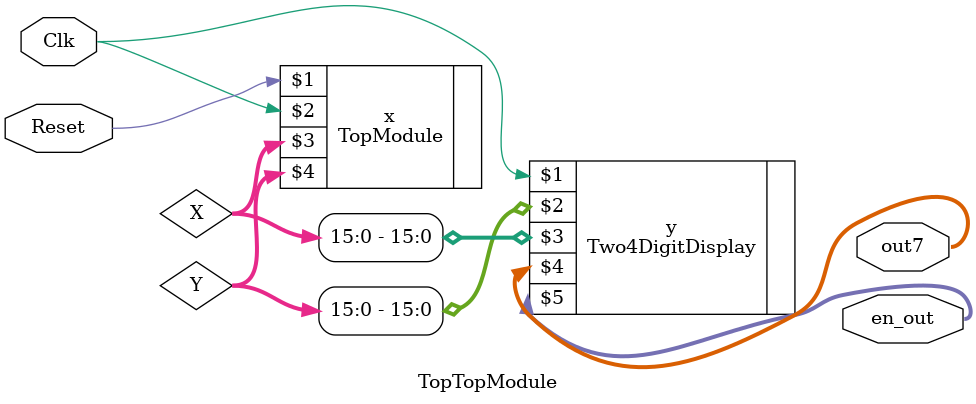
<source format=v>
`timescale 1ns / 1ps


module TopTopModule(Reset, Clk, out7, en_out);
    input Reset, Clk; 
    output [6:0] out7;
    output [7:0] en_out;
    wire [31:0] X; 
    wire [31:0] Y; 
    wire ClkOut;
    
    TopModule x(Reset, Clk, X, Y);
    Two4DigitDisplay y(Clk, Y[15:0], X[15:0], out7, en_out);
endmodule

</source>
